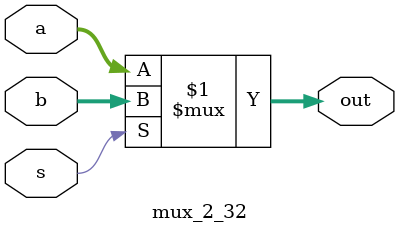
<source format=v>
`timescale 1ns / 1ps


module mux_2_32(
    input s,
    input [31:0] a,
    input [31:0] b,
    output  [31:0] out
);
assign out = s ? b : a;
endmodule

</source>
